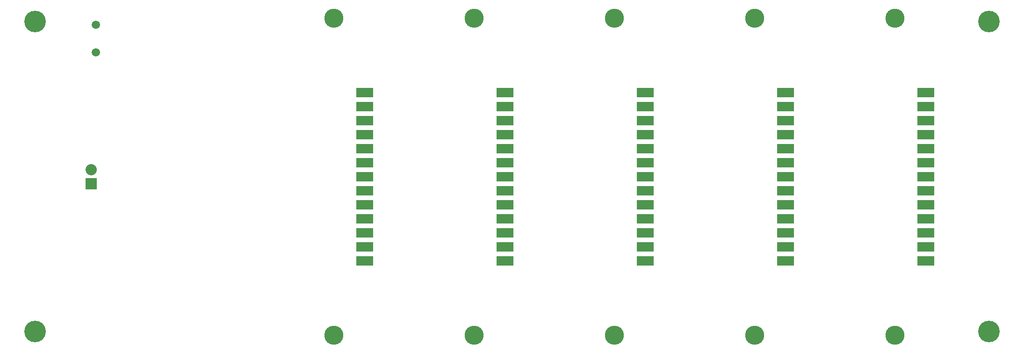
<source format=gbs>
G04 (created by PCBNEW-RS274X (2011-07-19)-testing) date Fri 17 Feb 2012 12:28:35 PM PST*
G01*
G70*
G90*
%MOIN*%
G04 Gerber Fmt 3.4, Leading zero omitted, Abs format*
%FSLAX34Y34*%
G04 APERTURE LIST*
%ADD10C,0.006000*%
%ADD11R,0.120000X0.070000*%
%ADD12C,0.136000*%
%ADD13C,0.059000*%
%ADD14R,0.080000X0.080000*%
%ADD15C,0.080000*%
%ADD16C,0.153900*%
G04 APERTURE END LIST*
G54D10*
G54D11*
X89500Y-34404D03*
X89500Y-35404D03*
X89500Y-36404D03*
X89500Y-37404D03*
X89500Y-38404D03*
X89500Y-39404D03*
X89500Y-40404D03*
X89500Y-41404D03*
X89500Y-42404D03*
X89500Y-43404D03*
X89500Y-44404D03*
X89500Y-45404D03*
X89500Y-46404D03*
G54D12*
X87280Y-29104D03*
X87280Y-51704D03*
G54D11*
X79500Y-34404D03*
X79500Y-35404D03*
X79500Y-36404D03*
X79500Y-37404D03*
X79500Y-38404D03*
X79500Y-39404D03*
X79500Y-40404D03*
X79500Y-41404D03*
X79500Y-42404D03*
X79500Y-43404D03*
X79500Y-44404D03*
X79500Y-45404D03*
X79500Y-46404D03*
G54D12*
X77280Y-29104D03*
X77280Y-51704D03*
G54D11*
X69500Y-34404D03*
X69500Y-35404D03*
X69500Y-36404D03*
X69500Y-37404D03*
X69500Y-38404D03*
X69500Y-39404D03*
X69500Y-40404D03*
X69500Y-41404D03*
X69500Y-42404D03*
X69500Y-43404D03*
X69500Y-44404D03*
X69500Y-45404D03*
X69500Y-46404D03*
G54D12*
X67280Y-29104D03*
X67280Y-51704D03*
G54D11*
X59500Y-34404D03*
X59500Y-35404D03*
X59500Y-36404D03*
X59500Y-37404D03*
X59500Y-38404D03*
X59500Y-39404D03*
X59500Y-40404D03*
X59500Y-41404D03*
X59500Y-42404D03*
X59500Y-43404D03*
X59500Y-44404D03*
X59500Y-45404D03*
X59500Y-46404D03*
G54D12*
X57280Y-29104D03*
X57280Y-51704D03*
G54D11*
X49500Y-34404D03*
X49500Y-35404D03*
X49500Y-36404D03*
X49500Y-37404D03*
X49500Y-38404D03*
X49500Y-39404D03*
X49500Y-40404D03*
X49500Y-41404D03*
X49500Y-42404D03*
X49500Y-43404D03*
X49500Y-44404D03*
X49500Y-45404D03*
X49500Y-46404D03*
G54D12*
X47280Y-29104D03*
X47280Y-51704D03*
G54D13*
X30315Y-31555D03*
X30315Y-29587D03*
G54D14*
X30000Y-40900D03*
G54D15*
X30000Y-39900D03*
G54D16*
X26000Y-29350D03*
X26000Y-51450D03*
X94000Y-51450D03*
X94000Y-29350D03*
M02*

</source>
